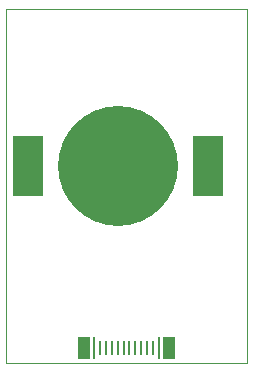
<source format=gbp>
G75*
%MOIN*%
%OFA0B0*%
%FSLAX25Y25*%
%IPPOS*%
%LPD*%
%AMOC8*
5,1,8,0,0,1.08239X$1,22.5*
%
%ADD10C,0.00000*%
%ADD11C,0.40000*%
%ADD12R,0.10000X0.20000*%
%ADD13R,0.04134X0.07283*%
%ADD14R,0.00984X0.07283*%
%ADD15R,0.00984X0.04921*%
D10*
X0041335Y0037870D02*
X0041335Y0155980D01*
X0121650Y0155980D01*
X0121650Y0037870D01*
X0041335Y0037870D01*
D11*
X0078737Y0103618D03*
D12*
X0108737Y0103618D03*
X0048737Y0103618D03*
D13*
X0067162Y0042791D03*
X0095823Y0042791D03*
D14*
X0092320Y0042791D03*
X0070666Y0042791D03*
D15*
X0072635Y0042791D03*
X0074603Y0042791D03*
X0076572Y0042791D03*
X0078540Y0042791D03*
X0080509Y0042791D03*
X0082477Y0042791D03*
X0084446Y0042791D03*
X0086414Y0042791D03*
X0088383Y0042791D03*
X0090351Y0042791D03*
M02*

</source>
